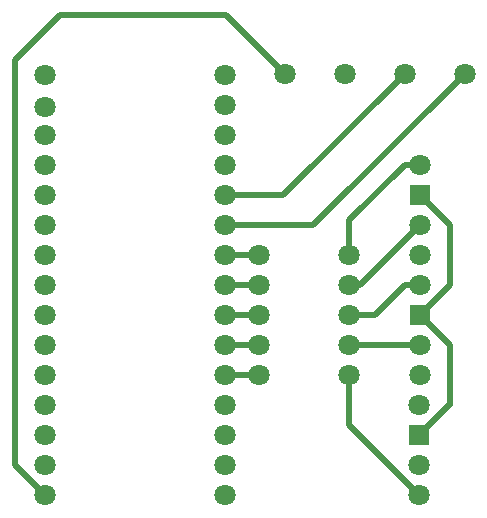
<source format=gtl>
%TF.GenerationSoftware,KiCad,Pcbnew,9.0.0*%
%TF.CreationDate,2025-05-21T23:54:08-07:00*%
%TF.ProjectId,server,73657276-6572-42e6-9b69-6361645f7063,v0.3*%
%TF.SameCoordinates,Original*%
%TF.FileFunction,Copper,L1,Top*%
%TF.FilePolarity,Positive*%
%FSLAX46Y46*%
G04 Gerber Fmt 4.6, Leading zero omitted, Abs format (unit mm)*
G04 Created by KiCad (PCBNEW 9.0.0) date 2025-05-21 23:54:08*
%MOMM*%
%LPD*%
G01*
G04 APERTURE LIST*
%TA.AperFunction,ComponentPad*%
%ADD10C,1.800000*%
%TD*%
%TA.AperFunction,ComponentPad*%
%ADD11R,1.800000X1.800000*%
%TD*%
%TA.AperFunction,Conductor*%
%ADD12C,0.500000*%
%TD*%
%TA.AperFunction,Conductor*%
%ADD13C,0.300000*%
%TD*%
G04 APERTURE END LIST*
D10*
%TO.P,R2,1*%
%TO.N,Net-(ESP32_Nano1-D5)*%
X148990000Y-97790000D03*
%TO.P,R2,2*%
%TO.N,Net-(RGB_LED_ROUND1-G)*%
X156610000Y-97790000D03*
%TD*%
%TO.P,ESP32_Nano1,1,TX1*%
%TO.N,unconnected-(ESP32_Nano1-TX1-Pad1)*%
X146050000Y-115570000D03*
%TO.P,ESP32_Nano1,2,RX0*%
%TO.N,unconnected-(ESP32_Nano1-RX0-Pad2)*%
X146050000Y-113030000D03*
%TO.P,ESP32_Nano1,3,RST*%
%TO.N,unconnected-(ESP32_Nano1-RST-Pad3)*%
X146050000Y-110490000D03*
%TO.P,ESP32_Nano1,4,GND*%
%TO.N,unconnected-(ESP32_Nano1-GND-Pad4)*%
X146050000Y-107950000D03*
%TO.P,ESP32_Nano1,5,D2*%
%TO.N,Net-(ESP32_Nano1-D2)*%
X146050000Y-105410000D03*
%TO.P,ESP32_Nano1,6,D3*%
%TO.N,Net-(ESP32_Nano1-D3)*%
X146050000Y-102870000D03*
%TO.P,ESP32_Nano1,7,D4*%
%TO.N,Net-(ESP32_Nano1-D4)*%
X146050000Y-100330000D03*
%TO.P,ESP32_Nano1,8,D5*%
%TO.N,Net-(ESP32_Nano1-D5)*%
X146050000Y-97790000D03*
%TO.P,ESP32_Nano1,9,D6*%
%TO.N,Net-(ESP32_Nano1-D6)*%
X146050000Y-95250000D03*
%TO.P,ESP32_Nano1,10,D7*%
%TO.N,Net-(2_PIN_CONNECTOR2-Pin_2)*%
X146050000Y-92710000D03*
%TO.P,ESP32_Nano1,11,D8*%
%TO.N,Net-(2_PIN_CONNECTOR2-Pin_1)*%
X146050000Y-90170000D03*
%TO.P,ESP32_Nano1,12,D9*%
%TO.N,unconnected-(ESP32_Nano1-D9-Pad12)*%
X146050000Y-87630000D03*
%TO.P,ESP32_Nano1,13,D10*%
%TO.N,unconnected-(ESP32_Nano1-D10-Pad13)*%
X146050000Y-85090000D03*
%TO.P,ESP32_Nano1,14,D11*%
%TO.N,unconnected-(ESP32_Nano1-D11-Pad14)*%
X146050000Y-82550000D03*
%TO.P,ESP32_Nano1,15,D12*%
%TO.N,unconnected-(ESP32_Nano1-D12-Pad15)*%
X146050000Y-80010000D03*
%TO.P,ESP32_Nano1,16,D13*%
%TO.N,unconnected-(ESP32_Nano1-D13-Pad16)*%
X130810000Y-80010000D03*
%TO.P,ESP32_Nano1,17,3.3V*%
%TO.N,Net-(ESP32_Nano1-3.3V)*%
X130806528Y-82701898D03*
%TO.P,ESP32_Nano1,18,B0*%
%TO.N,unconnected-(ESP32_Nano1-B0-Pad18)*%
X130810000Y-85090000D03*
%TO.P,ESP32_Nano1,19,A0*%
%TO.N,unconnected-(ESP32_Nano1-A0-Pad19)*%
X130810000Y-87630000D03*
%TO.P,ESP32_Nano1,20,A1*%
%TO.N,unconnected-(ESP32_Nano1-A1-Pad20)*%
X130810000Y-90170000D03*
%TO.P,ESP32_Nano1,21,A2*%
%TO.N,unconnected-(ESP32_Nano1-A2-Pad21)*%
X130810000Y-92710000D03*
%TO.P,ESP32_Nano1,22,A3*%
%TO.N,unconnected-(ESP32_Nano1-A3-Pad22)*%
X130810000Y-95250000D03*
%TO.P,ESP32_Nano1,23,A4*%
%TO.N,unconnected-(ESP32_Nano1-A4-Pad23)*%
X130810000Y-97790000D03*
%TO.P,ESP32_Nano1,24,A5*%
%TO.N,unconnected-(ESP32_Nano1-A5-Pad24)*%
X130810000Y-100330000D03*
%TO.P,ESP32_Nano1,25,A6*%
%TO.N,unconnected-(ESP32_Nano1-A6-Pad25)*%
X130810000Y-102870000D03*
%TO.P,ESP32_Nano1,26,A7*%
%TO.N,unconnected-(ESP32_Nano1-A7-Pad26)*%
X130810000Y-105410000D03*
%TO.P,ESP32_Nano1,27,VBUS*%
%TO.N,unconnected-(ESP32_Nano1-VBUS-Pad27)*%
X130810000Y-107950000D03*
%TO.P,ESP32_Nano1,28,B1*%
%TO.N,unconnected-(ESP32_Nano1-B1-Pad28)*%
X130810000Y-110490000D03*
%TO.P,ESP32_Nano1,29,GND*%
%TO.N,Net-(2_PIN_CONNECTOR1-Pin_2)*%
X130810000Y-113030000D03*
%TO.P,ESP32_Nano1,30,VIN*%
%TO.N,Net-(2_PIN_CONNECTOR1-Pin_1)*%
X130810000Y-115570000D03*
%TD*%
%TO.P,RGB_LED_ROUND2,1,R*%
%TO.N,Net-(RGB_LED_ROUND2-R)*%
X162560000Y-97790000D03*
D11*
%TO.P,RGB_LED_ROUND2,2,VCC*%
%TO.N,Net-(ESP32_Nano1-3.3V)*%
X162560000Y-100330000D03*
D10*
%TO.P,RGB_LED_ROUND2,3,G*%
%TO.N,Net-(RGB_LED_ROUND2-G)*%
X162560000Y-102870000D03*
%TO.P,RGB_LED_ROUND2,4,B*%
%TO.N,unconnected-(RGB_LED_ROUND2-B-Pad4)*%
X162560000Y-105410000D03*
%TD*%
%TO.P,R1,1*%
%TO.N,Net-(ESP32_Nano1-D6)*%
X148990000Y-95250000D03*
%TO.P,R1,2*%
%TO.N,Net-(RGB_LED_ROUND1-R)*%
X156610000Y-95250000D03*
%TD*%
%TO.P,R3,1*%
%TO.N,Net-(ESP32_Nano1-D4)*%
X148990000Y-100330000D03*
%TO.P,R3,2*%
%TO.N,Net-(RGB_LED_ROUND2-R)*%
X156610000Y-100330000D03*
%TD*%
%TO.P,2_PIN_CONNECTOR2,1,Pin_1*%
%TO.N,Net-(2_PIN_CONNECTOR2-Pin_1)*%
X161290000Y-79910000D03*
%TO.P,2_PIN_CONNECTOR2,2,Pin_2*%
%TO.N,Net-(2_PIN_CONNECTOR2-Pin_2)*%
X166370000Y-79910000D03*
%TD*%
%TO.P,RGB_LED_ROUND1,1,R*%
%TO.N,Net-(RGB_LED_ROUND1-R)*%
X162560000Y-87630000D03*
D11*
%TO.P,RGB_LED_ROUND1,2,VCC*%
%TO.N,Net-(ESP32_Nano1-3.3V)*%
X162560000Y-90170000D03*
D10*
%TO.P,RGB_LED_ROUND1,3,G*%
%TO.N,Net-(RGB_LED_ROUND1-G)*%
X162560000Y-92710000D03*
%TO.P,RGB_LED_ROUND1,4,B*%
%TO.N,unconnected-(RGB_LED_ROUND1-B-Pad4)*%
X162560000Y-95250000D03*
%TD*%
%TO.P,2_PIN_CONNECTOR1,1,Pin_1*%
%TO.N,Net-(2_PIN_CONNECTOR1-Pin_1)*%
X151130000Y-79910000D03*
%TO.P,2_PIN_CONNECTOR1,2,Pin_2*%
%TO.N,Net-(2_PIN_CONNECTOR1-Pin_2)*%
X156210000Y-79910000D03*
%TD*%
%TO.P,RGB_LED_ROUND3,1,R*%
%TO.N,unconnected-(RGB_LED_ROUND3-R-Pad1)*%
X162550000Y-107950000D03*
D11*
%TO.P,RGB_LED_ROUND3,2,VCC*%
%TO.N,Net-(ESP32_Nano1-3.3V)*%
X162550000Y-110490000D03*
D10*
%TO.P,RGB_LED_ROUND3,3,G*%
%TO.N,unconnected-(RGB_LED_ROUND3-G-Pad3)*%
X162550000Y-113030000D03*
%TO.P,RGB_LED_ROUND3,4,B*%
%TO.N,Net-(RGB_LED_ROUND3-B)*%
X162550000Y-115570000D03*
%TD*%
%TO.P,R5,1*%
%TO.N,Net-(ESP32_Nano1-D2)*%
X148990000Y-105410000D03*
%TO.P,R5,2*%
%TO.N,Net-(RGB_LED_ROUND3-B)*%
X156610000Y-105410000D03*
%TD*%
%TO.P,R4,1*%
%TO.N,Net-(ESP32_Nano1-D3)*%
X148990000Y-102870000D03*
%TO.P,R4,2*%
%TO.N,Net-(RGB_LED_ROUND2-G)*%
X156610000Y-102870000D03*
%TD*%
D12*
%TO.N,Net-(2_PIN_CONNECTOR1-Pin_1)*%
X132080000Y-74930000D02*
X128270000Y-78740000D01*
X128270000Y-78740000D02*
X128270000Y-113030000D01*
X128270000Y-113030000D02*
X130810000Y-115570000D01*
X132080000Y-74930000D02*
X146150000Y-74930000D01*
X146150000Y-74930000D02*
X151130000Y-79910000D01*
%TO.N,Net-(2_PIN_CONNECTOR2-Pin_2)*%
X166370000Y-79910000D02*
X153570000Y-92710000D01*
X153570000Y-92710000D02*
X146050000Y-92710000D01*
%TO.N,Net-(RGB_LED_ROUND1-R)*%
X156610000Y-95250000D02*
X156610000Y-92310000D01*
X156610000Y-92310000D02*
X161290000Y-87630000D01*
X161290000Y-87630000D02*
X162560000Y-87630000D01*
%TO.N,Net-(2_PIN_CONNECTOR2-Pin_1)*%
X161290000Y-79910000D02*
X151030000Y-90170000D01*
X151030000Y-90170000D02*
X146050000Y-90170000D01*
%TO.N,Net-(2_PIN_CONNECTOR1-Pin_1)*%
X151130000Y-79910000D02*
X151030000Y-79910000D01*
%TO.N,Net-(ESP32_Nano1-D2)*%
X148990000Y-105410000D02*
X146050000Y-105410000D01*
%TO.N,Net-(ESP32_Nano1-D3)*%
X146050000Y-102870000D02*
X148990000Y-102870000D01*
%TO.N,Net-(ESP32_Nano1-D4)*%
X148990000Y-100330000D02*
X146050000Y-100330000D01*
%TO.N,Net-(ESP32_Nano1-D5)*%
X146050000Y-97790000D02*
X148990000Y-97790000D01*
%TO.N,Net-(ESP32_Nano1-D6)*%
X148990000Y-95250000D02*
X146050000Y-95250000D01*
%TO.N,Net-(RGB_LED_ROUND2-R)*%
X156610000Y-100330000D02*
X158750000Y-100330000D01*
X158750000Y-100330000D02*
X161290000Y-97790000D01*
X161290000Y-97790000D02*
X162560000Y-97790000D01*
%TO.N,Net-(RGB_LED_ROUND3-B)*%
X162550000Y-115570000D02*
X156610000Y-109630000D01*
X156610000Y-109630000D02*
X156610000Y-105410000D01*
%TO.N,Net-(RGB_LED_ROUND1-G)*%
X162560000Y-92710000D02*
X157480000Y-97790000D01*
X157480000Y-97790000D02*
X156610000Y-97790000D01*
%TO.N,Net-(RGB_LED_ROUND2-G)*%
X162560000Y-102870000D02*
X156610000Y-102870000D01*
%TO.N,Net-(2_PIN_CONNECTOR2-Pin_2)*%
X166370000Y-80010000D02*
X166370000Y-79910000D01*
D13*
%TO.N,Net-(RGB_LED_ROUND1-G)*%
X162560000Y-92710000D02*
X162550000Y-92710000D01*
%TO.N,Net-(RGB_LED_ROUND2-R)*%
X162550000Y-97790000D02*
X162560000Y-97790000D01*
D12*
%TO.N,Net-(ESP32_Nano1-3.3V)*%
X165100000Y-102870000D02*
X165100000Y-107950000D01*
D13*
X165100000Y-107950000D02*
X165090000Y-107950000D01*
D12*
X165100000Y-97790000D02*
X162560000Y-100330000D01*
X162560000Y-90170000D02*
X165100000Y-92710000D01*
X165100000Y-92710000D02*
X165100000Y-97790000D01*
X162560000Y-100330000D02*
X165100000Y-102870000D01*
X165090000Y-107950000D02*
X162550000Y-110490000D01*
%TD*%
M02*

</source>
